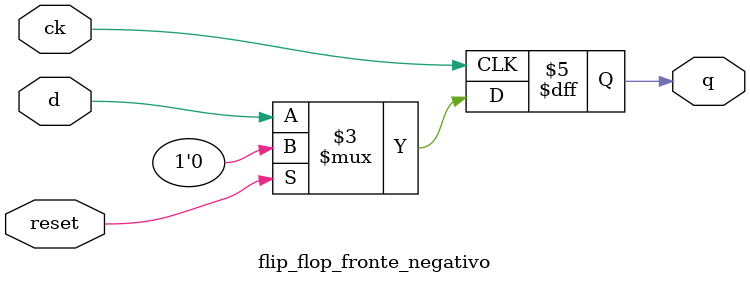
<source format=v>


module flip_flop_fronte_negativo ( reset, ck,d,q);

input reset, ck , d ;
output q;

wire reset, ck , d;
reg q;

always @(negedge ck)
begin

if(reset)
q<=1'b0;
else 
q<=d;


end
endmodule
</source>
